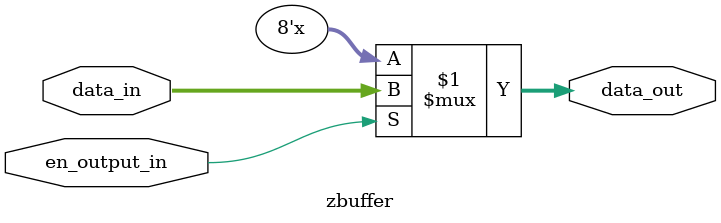
<source format=sv>
`timescale 1us/1us

`ifndef ZBUFFER
`define ZBUFFER

module zbuffer #(
  parameter BUFFER_WIDTH = 8
) (
  // async - output data
  input wire en_output_in,

  input wire [(BUFFER_WIDTH-1) : 0] data_in,
  // output (to bus) if output enabled.
  output wire [(BUFFER_WIDTH-1) : 0] data_out
);

assign data_out = en_output_in ? data_in : {BUFFER_WIDTH{1'bz}};

endmodule

`endif

</source>
